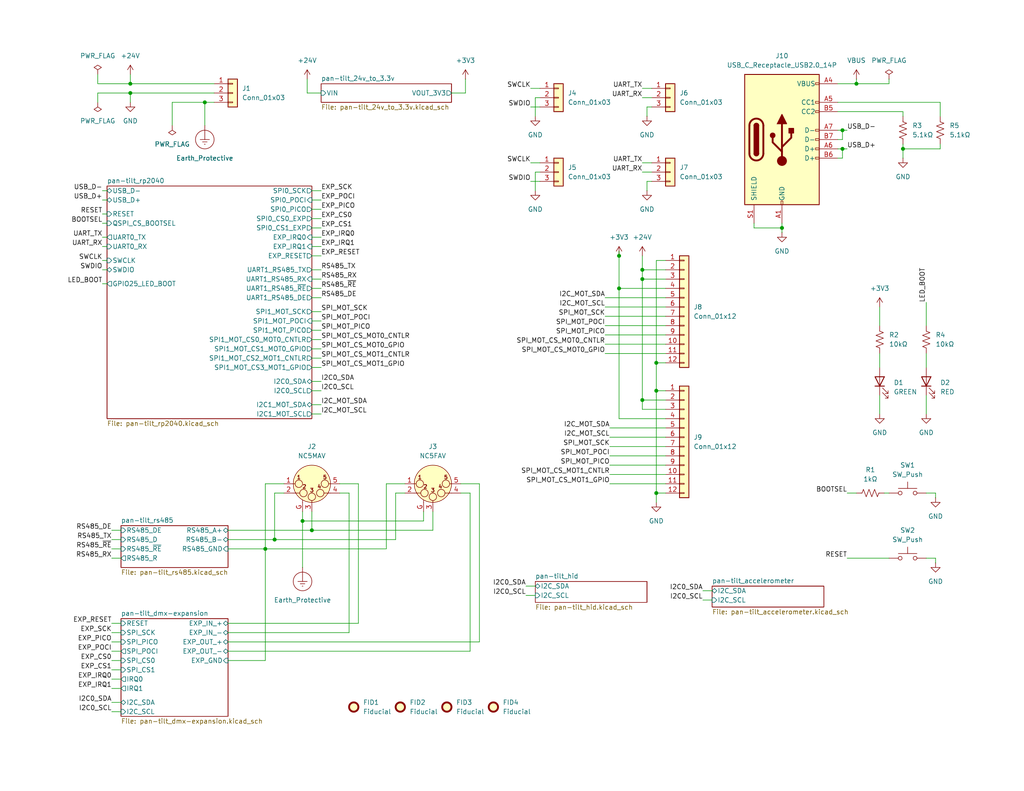
<source format=kicad_sch>
(kicad_sch (version 20231120) (generator "eeschema") (generator_version "8.0")
  (paper "USLetter")
  (title_block (title "Pan Tilt PCB") (date "2024-07-10") (company "Responsive Environments, MIT Media Lab") (comment 1 "Perry Naseck"))
  (lib_symbols
    (symbol "Connector:USB_C_Receptacle_USB2.0_14P" (pin_names (offset 1.016))
      (property "Reference" "J" (at 0 22.225 0))
      (property "Value" "USB_C_Receptacle_USB2.0_14P" (at 0 19.685 0))
      (symbol "USB_C_Receptacle_USB2.0_14P_0_0"
        (rectangle (start -0.254 -17.78) (end 0.254 -16.764))
        (rectangle (start 10.16 -4.826) (end 9.144 -5.334))
        (rectangle (start 10.16 -2.286) (end 9.144 -2.794))
        (rectangle (start 10.16 0.254) (end 9.144 -0.254))
        (rectangle (start 10.16 2.794) (end 9.144 2.286))
        (rectangle (start 10.16 7.874) (end 9.144 7.366))
        (rectangle (start 10.16 10.414) (end 9.144 9.906))
        (rectangle (start 10.16 15.494) (end 9.144 14.986))
      )
      (symbol "USB_C_Receptacle_USB2.0_14P_0_1"
        (rectangle (start -10.16 17.78) (end 10.16 -17.78) (stroke (width 0.254)) (fill (type background)))
        (arc (start -8.89 -3.81) (mid -6.985 -5.7067) (end -5.08 -3.81) (stroke (width 0.508)))
        (arc (start -7.62 -3.81) (mid -6.985 -4.4423) (end -6.35 -3.81) (stroke (width 0.254)))
        (arc (start -7.62 -3.81) (mid -6.985 -4.4423) (end -6.35 -3.81) (stroke (width 0.254)) (fill (type outline)))
        (rectangle (start -7.62 -3.81) (end -6.35 3.81) (stroke (width 0.254)) (fill (type outline)))
        (arc (start -6.35 3.81) (mid -6.985 4.4423) (end -7.62 3.81) (stroke (width 0.254)))
        (arc (start -6.35 3.81) (mid -6.985 4.4423) (end -7.62 3.81) (stroke (width 0.254)) (fill (type outline)))
        (arc (start -5.08 3.81) (mid -6.985 5.7067) (end -8.89 3.81) (stroke (width 0.508)))
        (circle (center -2.54 1.143) (radius 0.635) (stroke (width 0.254)) (fill (type outline)))
        (circle (center 0 -5.842) (radius 1.27) (fill (type outline)))
        (polyline (pts (xy -8.89 -3.81) (xy -8.89 3.81)) (stroke (width 0.508)))
        (polyline (pts (xy -5.08 3.81) (xy -5.08 -3.81)) (stroke (width 0.508)))
        (polyline (pts (xy 0 -5.842) (xy 0 4.318)) (stroke (width 0.508)))
        (polyline (pts (xy 0 -3.302) (xy -2.54 -0.762) (xy -2.54 0.508)) (stroke (width 0.508)))
        (polyline (pts (xy 0 -2.032) (xy 2.54 0.508) (xy 2.54 1.778)) (stroke (width 0.508)))
        (polyline (pts (xy -1.27 4.318) (xy 0 6.858) (xy 1.27 4.318) (xy -1.27 4.318)) (stroke (width 0.254)) (fill (type outline)))
        (rectangle (start 1.905 1.778) (end 3.175 3.048) (stroke (width 0.254)) (fill (type outline)))
      )
      (symbol "USB_C_Receptacle_USB2.0_14P_1_1"
        (pin passive line (at 0 -22.86 90) (length 5.08) (name "GND") (number "A1"))
        (pin passive line (at 0 -22.86 90) (length 5.08) hide (name "GND") (number "A12"))
        (pin passive line (at 15.24 15.24 180) (length 5.08) (name "VBUS") (number "A4"))
        (pin bidirectional line (at 15.24 10.16 180) (length 5.08) (name "CC1") (number "A5"))
        (pin bidirectional line (at 15.24 -2.54 180) (length 5.08) (name "D+") (number "A6"))
        (pin bidirectional line (at 15.24 2.54 180) (length 5.08) (name "D-") (number "A7"))
        (pin passive line (at 15.24 15.24 180) (length 5.08) hide (name "VBUS") (number "A9"))
        (pin passive line (at 0 -22.86 90) (length 5.08) hide (name "GND") (number "B1"))
        (pin passive line (at 0 -22.86 90) (length 5.08) hide (name "GND") (number "B12"))
        (pin passive line (at 15.24 15.24 180) (length 5.08) hide (name "VBUS") (number "B4"))
        (pin bidirectional line (at 15.24 7.62 180) (length 5.08) (name "CC2") (number "B5"))
        (pin bidirectional line (at 15.24 -5.08 180) (length 5.08) (name "D+") (number "B6"))
        (pin bidirectional line (at 15.24 0 180) (length 5.08) (name "D-") (number "B7"))
        (pin passive line (at 15.24 15.24 180) (length 5.08) hide (name "VBUS") (number "B9"))
        (pin passive line (at -7.62 -22.86 90) (length 5.08) (name "SHIELD") (number "S1"))
      )
    )
    (symbol "Connector_Audio:NC5FAV" (pin_names hide)
      (property "Reference" "J" (at 0 8.89 0))
      (property "Value" "NC5FAV" (at 0 6.35 0))
      (symbol "NC5FAV_0_1"
        (circle (center -3.556 0) (radius 1.016))
        (circle (center -2.286 -2.54) (radius 1.016))
        (circle (center 0 -3.556) (radius 1.016))
        (polyline (pts (xy -5.08 -2.54) (xy -4.445 -2.54)))
        (polyline (pts (xy -5.08 0) (xy -4.572 0)))
        (polyline (pts (xy -4.572 -2.54) (xy -3.302 -2.54)))
        (polyline (pts (xy -2.54 -5.08) (xy -2.54 -4.445)))
        (polyline (pts (xy 0 -5.08) (xy 0 -4.572)))
        (polyline (pts (xy 4.572 -2.54) (xy 3.302 -2.54)))
        (polyline (pts (xy 5.08 -2.54) (xy 4.445 -2.54)))
        (polyline (pts (xy 5.08 0) (xy 4.572 0)))
        (circle (center 0 0) (radius 5.08) (fill (type background)))
        (circle (center 2.286 -2.54) (radius 1.016))
        (circle (center 3.556 0) (radius 1.016))
        (text "1" (at -3.556 1.778 0) (effects (font (size 1.016 1.016) (bold yes))))
        (text "2" (at -2.032 -0.762 0) (effects (font (size 1.016 1.016) (bold yes))))
        (text "3" (at 0 -1.778 0) (effects (font (size 1.016 1.016) (bold yes))))
        (text "4" (at 2.032 -0.762 0) (effects (font (size 1.016 1.016) (bold yes))))
        (text "5" (at 3.556 1.778 0) (effects (font (size 1.016 1.016) (bold yes))))
      )
      (symbol "NC5FAV_1_1"
        (pin passive line (at -7.62 0 0) (length 2.54) (name "P1") (number "1"))
        (pin passive line (at -7.62 -2.54 0) (length 2.54) (name "P2") (number "2"))
        (pin passive line (at 0 -7.62 90) (length 2.54) (name "P3") (number "3"))
        (pin passive line (at 7.62 -2.54 180) (length 2.54) (name "P3") (number "4"))
        (pin passive line (at 7.62 0 180) (length 2.54) (name "P5") (number "5"))
        (pin passive line (at -2.54 -7.62 90) (length 2.54) (name "~") (number "G"))
      )
    )
    (symbol "Connector_Audio:NC5MAV" (pin_names hide)
      (property "Reference" "J" (at 0 8.89 0))
      (property "Value" "NC5MAV" (at 0 6.35 0))
      (symbol "NC5MAV_0_1"
        (circle (center -3.556 0) (radius 1.016))
        (circle (center -2.286 -2.54) (radius 1.016))
        (circle (center 0 -3.556) (radius 1.016))
        (polyline (pts (xy -5.08 -2.54) (xy -4.445 -2.54)))
        (polyline (pts (xy -5.08 0) (xy -4.572 0)))
        (polyline (pts (xy -4.572 -2.54) (xy -3.302 -2.54)))
        (polyline (pts (xy -2.54 -5.08) (xy -2.54 -4.445)))
        (polyline (pts (xy 0 -5.08) (xy 0 -4.572)))
        (polyline (pts (xy 4.572 -2.54) (xy 3.302 -2.54)))
        (polyline (pts (xy 5.08 -2.54) (xy 4.445 -2.54)))
        (polyline (pts (xy 5.08 0) (xy 4.572 0)))
        (circle (center 0 0) (radius 5.08) (fill (type background)))
        (circle (center 2.286 -2.54) (radius 1.016))
        (circle (center 3.556 0) (radius 1.016))
        (text "1" (at -3.556 1.778 0) (effects (font (size 1.016 1.016) (bold yes))))
        (text "2" (at -2.032 -0.762 0) (effects (font (size 1.016 1.016) (bold yes))))
        (text "3" (at 0 -1.778 0) (effects (font (size 1.016 1.016) (bold yes))))
        (text "4" (at 2.032 -0.762 0) (effects (font (size 1.016 1.016) (bold yes))))
        (text "5" (at 3.556 1.778 0) (effects (font (size 1.016 1.016) (bold yes))))
      )
      (symbol "NC5MAV_1_1"
        (pin passive line (at -7.62 0 0) (length 2.54) (name "P1") (number "1"))
        (pin passive line (at -7.62 -2.54 0) (length 2.54) (name "P2") (number "2"))
        (pin passive line (at 0 -7.62 90) (length 2.54) (name "P3") (number "3"))
        (pin passive line (at 7.62 -2.54 180) (length 2.54) (name "P3") (number "4"))
        (pin passive line (at 7.62 0 180) (length 2.54) (name "P5") (number "5"))
        (pin passive line (at -2.54 -7.62 90) (length 2.54) (name "~") (number "G"))
      )
    )
    (symbol "Connector_Generic:Conn_01x03" (pin_names (offset 1.016) hide)
      (property "Reference" "J" (at 0 5.08 0))
      (property "Value" "Conn_01x03" (at 0 -5.08 0))
      (symbol "Conn_01x03_1_1"
        (rectangle (start -1.27 -2.413) (end 0 -2.667) (stroke (width 0.1524)))
        (rectangle (start -1.27 0.127) (end 0 -0.127) (stroke (width 0.1524)))
        (rectangle (start -1.27 2.667) (end 0 2.413) (stroke (width 0.1524)))
        (rectangle (start -1.27 3.81) (end 1.27 -3.81) (stroke (width 0.254)) (fill (type background)))
        (pin passive line (at -5.08 2.54 0) (length 3.81) (name "Pin_1") (number "1"))
        (pin passive line (at -5.08 0 0) (length 3.81) (name "Pin_2") (number "2"))
        (pin passive line (at -5.08 -2.54 0) (length 3.81) (name "Pin_3") (number "3"))
      )
    )
    (symbol "Connector_Generic:Conn_01x12" (pin_names (offset 1.016) hide)
      (property "Reference" "J" (at 0 15.24 0))
      (property "Value" "Conn_01x12" (at 0 -17.78 0))
      (symbol "Conn_01x12_1_1"
        (rectangle (start -1.27 -15.113) (end 0 -15.367) (stroke (width 0.1524)))
        (rectangle (start -1.27 -12.573) (end 0 -12.827) (stroke (width 0.1524)))
        (rectangle (start -1.27 -10.033) (end 0 -10.287) (stroke (width 0.1524)))
        (rectangle (start -1.27 -7.493) (end 0 -7.747) (stroke (width 0.1524)))
        (rectangle (start -1.27 -4.953) (end 0 -5.207) (stroke (width 0.1524)))
        (rectangle (start -1.27 -2.413) (end 0 -2.667) (stroke (width 0.1524)))
        (rectangle (start -1.27 0.127) (end 0 -0.127) (stroke (width 0.1524)))
        (rectangle (start -1.27 2.667) (end 0 2.413) (stroke (width 0.1524)))
        (rectangle (start -1.27 5.207) (end 0 4.953) (stroke (width 0.1524)))
        (rectangle (start -1.27 7.747) (end 0 7.493) (stroke (width 0.1524)))
        (rectangle (start -1.27 10.287) (end 0 10.033) (stroke (width 0.1524)))
        (rectangle (start -1.27 12.827) (end 0 12.573) (stroke (width 0.1524)))
        (rectangle (start -1.27 13.97) (end 1.27 -16.51) (stroke (width 0.254)) (fill (type background)))
        (pin passive line (at -5.08 12.7 0) (length 3.81) (name "Pin_1") (number "1"))
        (pin passive line (at -5.08 -10.16 0) (length 3.81) (name "Pin_10") (number "10"))
        (pin passive line (at -5.08 -12.7 0) (length 3.81) (name "Pin_11") (number "11"))
        (pin passive line (at -5.08 -15.24 0) (length 3.81) (name "Pin_12") (number "12"))
        (pin passive line (at -5.08 10.16 0) (length 3.81) (name "Pin_2") (number "2"))
        (pin passive line (at -5.08 7.62 0) (length 3.81) (name "Pin_3") (number "3"))
        (pin passive line (at -5.08 5.08 0) (length 3.81) (name "Pin_4") (number "4"))
        (pin passive line (at -5.08 2.54 0) (length 3.81) (name "Pin_5") (number "5"))
        (pin passive line (at -5.08 0 0) (length 3.81) (name "Pin_6") (number "6"))
        (pin passive line (at -5.08 -2.54 0) (length 3.81) (name "Pin_7") (number "7"))
        (pin passive line (at -5.08 -5.08 0) (length 3.81) (name "Pin_8") (number "8"))
        (pin passive line (at -5.08 -7.62 0) (length 3.81) (name "Pin_9") (number "9"))
      )
    )
    (symbol "Device:LED" (pin_numbers hide) (pin_names (offset 1.016) hide)
      (property "Reference" "D" (at 0 2.54 0))
      (property "Value" "LED" (at 0 -2.54 0))
      (symbol "LED_0_1"
        (polyline (pts (xy -1.27 -1.27) (xy -1.27 1.27)) (stroke (width 0.254)))
        (polyline (pts (xy -1.27 0) (xy 1.27 0)))
        (polyline (pts (xy 1.27 -1.27) (xy 1.27 1.27) (xy -1.27 0) (xy 1.27 -1.27)) (stroke (width 0.254)))
        (polyline (pts (xy -3.048 -0.762) (xy -4.572 -2.286) (xy -3.81 -2.286) (xy -4.572 -2.286) (xy -4.572 -1.524)))
        (polyline (pts (xy -1.778 -0.762) (xy -3.302 -2.286) (xy -2.54 -2.286) (xy -3.302 -2.286) (xy -3.302 -1.524)))
      )
      (symbol "LED_1_1"
        (pin passive line (at -3.81 0 0) (length 2.54) (name "K") (number "1"))
        (pin passive line (at 3.81 0 180) (length 2.54) (name "A") (number "2"))
      )
    )
    (symbol "Device:R_US" (pin_numbers hide) (pin_names (offset 0))
      (property "Reference" "R" (at 2.54 0 90))
      (property "Value" "R_US" (at -2.54 0 90))
      (symbol "R_US_0_1"
        (polyline (pts (xy 0 -2.286) (xy 0 -2.54)))
        (polyline (pts (xy 0 2.286) (xy 0 2.54)))
        (polyline (pts (xy 0 -0.762) (xy 1.016 -1.143) (xy 0 -1.524) (xy -1.016 -1.905) (xy 0 -2.286)))
        (polyline (pts (xy 0 0.762) (xy 1.016 0.381) (xy 0 0) (xy -1.016 -0.381) (xy 0 -0.762)))
        (polyline (pts (xy 0 2.286) (xy 1.016 1.905) (xy 0 1.524) (xy -1.016 1.143) (xy 0 0.762)))
      )
      (symbol "R_US_1_1"
        (pin passive line (at 0 3.81 270) (length 1.27) (name "~") (number "1"))
        (pin passive line (at 0 -3.81 90) (length 1.27) (name "~") (number "2"))
      )
    )
    (symbol "Mechanical:Fiducial" (exclude_from_sim yes) (in_bom no)
      (property "Reference" "FID" (at 0 5.08 0))
      (property "Value" "Fiducial" (at 0 3.175 0))
      (symbol "Fiducial_0_1"
        (circle (center 0 0) (radius 1.27) (stroke (width 0.508)) (fill (type background)))
      )
    )
    (symbol "Switch:SW_Push" (pin_numbers hide) (pin_names (offset 1.016) hide)
      (property "Reference" "SW" (at 1.27 2.54 0))
      (property "Value" "SW_Push" (at 0 -1.524 0))
      (symbol "SW_Push_0_1"
        (circle (center -2.032 0) (radius 0.508))
        (polyline (pts (xy 0 1.27) (xy 0 3.048)))
        (polyline (pts (xy 2.54 1.27) (xy -2.54 1.27)))
        (circle (center 2.032 0) (radius 0.508))
        (pin passive line (at -5.08 0 0) (length 2.54) (name "1") (number "1"))
        (pin passive line (at 5.08 0 180) (length 2.54) (name "2") (number "2"))
      )
    )
    (symbol "power:+24V" (power) (pin_numbers hide) (pin_names (offset 0) hide)
      (property "Value" "+24V" (at 0 3.556 0))
      (symbol "+24V_0_1"
        (polyline (pts (xy -0.762 1.27) (xy 0 2.54)))
        (polyline (pts (xy 0 0) (xy 0 2.54)))
        (polyline (pts (xy 0 2.54) (xy 0.762 1.27)))
      )
      (symbol "+24V_1_1"
        (pin power_in line (at 0 0 90) (length 0) (name "~") (number "1"))
      )
    )
    (symbol "power:+3V3" (power) (pin_numbers hide) (pin_names (offset 0) hide)
      (property "Value" "+3V3" (at 0 3.556 0))
      (symbol "+3V3_0_1"
        (polyline (pts (xy -0.762 1.27) (xy 0 2.54)))
        (polyline (pts (xy 0 0) (xy 0 2.54)))
        (polyline (pts (xy 0 2.54) (xy 0.762 1.27)))
      )
      (symbol "+3V3_1_1"
        (pin power_in line (at 0 0 90) (length 0) (name "~") (number "1"))
      )
    )
    (symbol "power:Earth_Protective" (power) (pin_numbers hide) (pin_names (offset 0) hide)
      (property "Value" "Earth_Protective" (at 0 -7.62 0))
      (symbol "Earth_Protective_0_1"
        (circle (center 0 -3.81) (radius 2.54))
        (polyline (pts (xy -0.635 -4.445) (xy 0.635 -4.445)))
        (polyline (pts (xy -0.127 -5.08) (xy 0.127 -5.08)))
        (polyline (pts (xy 0 -3.81) (xy 0 0)))
        (polyline (pts (xy 1.27 -3.81) (xy -1.27 -3.81)))
      )
      (symbol "Earth_Protective_1_1"
        (pin power_in line (at 0 0 270) (length 0) (name "~") (number "1"))
      )
    )
    (symbol "power:GND" (power) (pin_numbers hide) (pin_names (offset 0) hide)
      (property "Value" "GND" (at 0 -3.81 0))
      (symbol "GND_0_1"
        (polyline (pts (xy 0 0) (xy 0 -1.27) (xy 1.27 -1.27) (xy 0 -2.54) (xy -1.27 -1.27) (xy 0 -1.27)))
      )
      (symbol "GND_1_1"
        (pin power_in line (at 0 0 270) (length 0) (name "~") (number "1"))
      )
    )
    (symbol "power:PWR_FLAG" (power) (pin_numbers hide) (pin_names (offset 0) hide)
      (property "Value" "PWR_FLAG" (at 0 3.81 0))
      (symbol "PWR_FLAG_0_0"
        (pin power_out line (at 0 0 90) (length 0) (name "~") (number "1"))
      )
      (symbol "PWR_FLAG_0_1"
        (polyline (pts (xy 0 0) (xy 0 1.27) (xy -1.016 1.905) (xy 0 2.54) (xy 1.016 1.905) (xy 0 1.27)))
      )
    )
    (symbol "power:VBUS" (power) (pin_numbers hide) (pin_names (offset 0) hide)
      (property "Value" "VBUS" (at 0 3.556 0))
      (symbol "VBUS_0_1"
        (polyline (pts (xy -0.762 1.27) (xy 0 2.54)))
        (polyline (pts (xy 0 0) (xy 0 2.54)))
        (polyline (pts (xy 0 2.54) (xy 0.762 1.27)))
      )
      (symbol "VBUS_1_1"
        (pin power_in line (at 0 0 90) (length 0) (name "~") (number "1"))
      )
    )
  )
  (junction (at 179.07 106.68))
  (junction (at 179.07 99.06))
  (junction (at 82.55 142.24))
  (junction (at 35.56 25.4))
  (junction (at 85.09 144.78))
  (junction (at 55.88 27.94))
  (junction (at 175.26 73.66))
  (junction (at 233.68 22.86))
  (junction (at 246.38 40.64))
  (junction (at 168.91 69.85))
  (junction (at 229.87 35.56))
  (junction (at 72.39 149.86))
  (junction (at 35.56 22.86))
  (junction (at 229.87 40.64))
  (junction (at 74.93 147.32))
  (junction (at 179.07 134.62))
  (junction (at 175.26 76.2))
  (junction (at 213.36 62.23))
  (junction (at 175.26 109.22))
  (junction (at 168.91 78.74))
  (wire (pts (xy 146.05 26.67) (xy 146.05 31.75)))
  (wire (pts (xy 55.88 27.94) (xy 55.88 34.29)))
  (wire (pts (xy 95.25 134.62) (xy 95.25 172.72)))
  (wire (pts (xy 85.09 64.77) (xy 87.63 64.77)))
  (wire (pts (xy 30.48 182.88) (xy 33.02 182.88)))
  (wire (pts (xy 229.87 43.18) (xy 228.6 43.18)))
  (wire (pts (xy 176.53 29.21) (xy 176.53 31.75)))
  (wire (pts (xy 242.57 21.59) (xy 242.57 22.86)))
  (wire (pts (xy 85.09 144.78) (xy 118.11 144.78)))
  (wire (pts (xy 179.07 137.16) (xy 179.07 134.62)))
  (wire (pts (xy 165.1 93.98) (xy 181.61 93.98)))
  (wire (pts (xy 175.26 69.85) (xy 175.26 73.66)))
  (wire (pts (xy 72.39 180.34) (xy 72.39 149.86)))
  (wire (pts (xy 74.93 147.32) (xy 107.95 147.32)))
  (wire (pts (xy 166.37 124.46) (xy 181.61 124.46)))
  (wire (pts (xy 77.47 132.08) (xy 72.39 132.08)))
  (wire (pts (xy 118.11 144.78) (xy 118.11 139.7)))
  (wire (pts (xy 228.6 35.56) (xy 229.87 35.56)))
  (wire (pts (xy 85.09 76.2) (xy 87.63 76.2)))
  (wire (pts (xy 175.26 26.67) (xy 177.8 26.67)))
  (wire (pts (xy 228.6 27.94) (xy 256.54 27.94)))
  (wire (pts (xy 175.26 46.99) (xy 177.8 46.99)))
  (wire (pts (xy 27.94 67.31) (xy 29.21 67.31)))
  (wire (pts (xy 213.36 62.23) (xy 213.36 63.5)))
  (wire (pts (xy 72.39 132.08) (xy 72.39 149.86)))
  (wire (pts (xy 85.09 78.74) (xy 87.63 78.74)))
  (wire (pts (xy 30.48 170.18) (xy 33.02 170.18)))
  (wire (pts (xy 229.87 35.56) (xy 231.14 35.56)))
  (wire (pts (xy 85.09 85.09) (xy 87.63 85.09)))
  (wire (pts (xy 110.49 132.08) (xy 105.41 132.08)))
  (wire (pts (xy 175.26 111.76) (xy 175.26 109.22)))
  (wire (pts (xy 246.38 30.48) (xy 246.38 31.75)))
  (wire (pts (xy 72.39 149.86) (xy 62.23 149.86)))
  (wire (pts (xy 27.94 77.47) (xy 29.21 77.47)))
  (wire (pts (xy 30.48 152.4) (xy 33.02 152.4)))
  (wire (pts (xy 252.73 82.55) (xy 252.73 88.9)))
  (wire (pts (xy 83.82 25.4) (xy 87.63 25.4)))
  (wire (pts (xy 165.1 88.9) (xy 181.61 88.9)))
  (wire (pts (xy 181.61 76.2) (xy 175.26 76.2)))
  (wire (pts (xy 82.55 139.7) (xy 82.55 142.24)))
  (wire (pts (xy 85.09 59.69) (xy 87.63 59.69)))
  (wire (pts (xy 30.48 191.77) (xy 33.02 191.77)))
  (wire (pts (xy 27.94 52.07) (xy 29.21 52.07)))
  (wire (pts (xy 147.32 26.67) (xy 146.05 26.67)))
  (wire (pts (xy 85.09 87.63) (xy 87.63 87.63)))
  (wire (pts (xy 165.1 86.36) (xy 181.61 86.36)))
  (wire (pts (xy 115.57 142.24) (xy 115.57 139.7)))
  (wire (pts (xy 240.03 96.52) (xy 240.03 100.33)))
  (wire (pts (xy 30.48 147.32) (xy 33.02 147.32)))
  (wire (pts (xy 228.6 22.86) (xy 233.68 22.86)))
  (wire (pts (xy 166.37 129.54) (xy 181.61 129.54)))
  (wire (pts (xy 85.09 57.15) (xy 87.63 57.15)))
  (wire (pts (xy 229.87 38.1) (xy 228.6 38.1)))
  (wire (pts (xy 85.09 110.49) (xy 87.63 110.49)))
  (wire (pts (xy 85.09 67.31) (xy 87.63 67.31)))
  (wire (pts (xy 166.37 119.38) (xy 181.61 119.38)))
  (wire (pts (xy 97.79 170.18) (xy 97.79 132.08)))
  (wire (pts (xy 168.91 78.74) (xy 181.61 78.74)))
  (wire (pts (xy 95.25 172.72) (xy 62.23 172.72)))
  (wire (pts (xy 255.27 152.4) (xy 252.73 152.4)))
  (wire (pts (xy 168.91 114.3) (xy 181.61 114.3)))
  (wire (pts (xy 168.91 68.58) (xy 168.91 69.85)))
  (wire (pts (xy 30.48 185.42) (xy 33.02 185.42)))
  (wire (pts (xy 144.78 49.53) (xy 147.32 49.53)))
  (wire (pts (xy 83.82 21.59) (xy 83.82 25.4)))
  (wire (pts (xy 181.61 106.68) (xy 179.07 106.68)))
  (wire (pts (xy 27.94 58.42) (xy 29.21 58.42)))
  (wire (pts (xy 179.07 106.68) (xy 179.07 134.62)))
  (wire (pts (xy 127 21.59) (xy 127 25.4)))
  (wire (pts (xy 35.56 25.4) (xy 58.42 25.4)))
  (wire (pts (xy 166.37 116.84) (xy 181.61 116.84)))
  (wire (pts (xy 26.67 20.32) (xy 26.67 22.86)))
  (wire (pts (xy 27.94 71.12) (xy 29.21 71.12)))
  (wire (pts (xy 175.26 44.45) (xy 177.8 44.45)))
  (wire (pts (xy 179.07 71.12) (xy 179.07 99.06)))
  (wire (pts (xy 85.09 62.23) (xy 87.63 62.23)))
  (wire (pts (xy 256.54 40.64) (xy 256.54 39.37)))
  (wire (pts (xy 255.27 135.89) (xy 255.27 134.62)))
  (wire (pts (xy 144.78 29.21) (xy 147.32 29.21)))
  (wire (pts (xy 85.09 54.61) (xy 87.63 54.61)))
  (wire (pts (xy 85.09 69.85) (xy 87.63 69.85)))
  (wire (pts (xy 30.48 144.78) (xy 33.02 144.78)))
  (wire (pts (xy 85.09 104.14) (xy 87.63 104.14)))
  (wire (pts (xy 85.09 73.66) (xy 87.63 73.66)))
  (wire (pts (xy 205.74 60.96) (xy 205.74 62.23)))
  (wire (pts (xy 30.48 177.8) (xy 33.02 177.8)))
  (wire (pts (xy 58.42 27.94) (xy 55.88 27.94)))
  (wire (pts (xy 35.56 22.86) (xy 58.42 22.86)))
  (wire (pts (xy 179.07 99.06) (xy 179.07 106.68)))
  (wire (pts (xy 107.95 134.62) (xy 110.49 134.62)))
  (wire (pts (xy 74.93 134.62) (xy 74.93 147.32)))
  (wire (pts (xy 241.3 134.62) (xy 242.57 134.62)))
  (wire (pts (xy 191.77 161.29) (xy 194.31 161.29)))
  (wire (pts (xy 85.09 92.71) (xy 87.63 92.71)))
  (wire (pts (xy 165.1 81.28) (xy 181.61 81.28)))
  (wire (pts (xy 165.1 91.44) (xy 181.61 91.44)))
  (wire (pts (xy 191.77 163.83) (xy 194.31 163.83)))
  (wire (pts (xy 240.03 107.95) (xy 240.03 113.03)))
  (wire (pts (xy 105.41 149.86) (xy 72.39 149.86)))
  (wire (pts (xy 27.94 54.61) (xy 29.21 54.61)))
  (wire (pts (xy 85.09 81.28) (xy 87.63 81.28)))
  (wire (pts (xy 242.57 22.86) (xy 233.68 22.86)))
  (wire (pts (xy 213.36 60.96) (xy 213.36 62.23)))
  (wire (pts (xy 30.48 175.26) (xy 33.02 175.26)))
  (wire (pts (xy 125.73 134.62) (xy 128.27 134.62)))
  (wire (pts (xy 165.1 96.52) (xy 181.61 96.52)))
  (wire (pts (xy 181.61 71.12) (xy 179.07 71.12)))
  (wire (pts (xy 168.91 78.74) (xy 168.91 114.3)))
  (wire (pts (xy 175.26 109.22) (xy 181.61 109.22)))
  (wire (pts (xy 168.91 69.85) (xy 168.91 78.74)))
  (wire (pts (xy 30.48 180.34) (xy 33.02 180.34)))
  (wire (pts (xy 26.67 25.4) (xy 26.67 27.94)))
  (wire (pts (xy 255.27 134.62) (xy 252.73 134.62)))
  (wire (pts (xy 62.23 180.34) (xy 72.39 180.34)))
  (wire (pts (xy 82.55 154.94) (xy 82.55 142.24)))
  (wire (pts (xy 105.41 132.08) (xy 105.41 149.86)))
  (wire (pts (xy 229.87 40.64) (xy 229.87 43.18)))
  (wire (pts (xy 27.94 73.66) (xy 29.21 73.66)))
  (wire (pts (xy 77.47 134.62) (xy 74.93 134.62)))
  (wire (pts (xy 240.03 83.82) (xy 240.03 88.9)))
  (wire (pts (xy 231.14 134.62) (xy 233.68 134.62)))
  (wire (pts (xy 74.93 147.32) (xy 62.23 147.32)))
  (wire (pts (xy 107.95 147.32) (xy 107.95 134.62)))
  (wire (pts (xy 130.81 132.08) (xy 125.73 132.08)))
  (wire (pts (xy 175.26 73.66) (xy 175.26 76.2)))
  (wire (pts (xy 179.07 99.06) (xy 181.61 99.06)))
  (wire (pts (xy 233.68 21.59) (xy 233.68 22.86)))
  (wire (pts (xy 176.53 49.53) (xy 176.53 52.07)))
  (wire (pts (xy 255.27 153.67) (xy 255.27 152.4)))
  (wire (pts (xy 85.09 95.25) (xy 87.63 95.25)))
  (wire (pts (xy 252.73 96.52) (xy 252.73 100.33)))
  (wire (pts (xy 179.07 134.62) (xy 181.61 134.62)))
  (wire (pts (xy 229.87 40.64) (xy 231.14 40.64)))
  (wire (pts (xy 27.94 60.96) (xy 29.21 60.96)))
  (wire (pts (xy 30.48 194.31) (xy 33.02 194.31)))
  (wire (pts (xy 246.38 40.64) (xy 246.38 43.18)))
  (wire (pts (xy 143.51 162.56) (xy 146.05 162.56)))
  (wire (pts (xy 97.79 132.08) (xy 92.71 132.08)))
  (wire (pts (xy 166.37 121.92) (xy 181.61 121.92)))
  (wire (pts (xy 123.19 25.4) (xy 127 25.4)))
  (wire (pts (xy 62.23 144.78) (xy 85.09 144.78)))
  (wire (pts (xy 165.1 83.82) (xy 181.61 83.82)))
  (wire (pts (xy 166.37 127) (xy 181.61 127)))
  (wire (pts (xy 35.56 27.94) (xy 35.56 25.4)))
  (wire (pts (xy 26.67 25.4) (xy 35.56 25.4)))
  (wire (pts (xy 144.78 44.45) (xy 147.32 44.45)))
  (wire (pts (xy 85.09 144.78) (xy 85.09 139.7)))
  (wire (pts (xy 181.61 111.76) (xy 175.26 111.76)))
  (wire (pts (xy 177.8 29.21) (xy 176.53 29.21)))
  (wire (pts (xy 30.48 149.86) (xy 33.02 149.86)))
  (wire (pts (xy 166.37 132.08) (xy 181.61 132.08)))
  (wire (pts (xy 85.09 100.33) (xy 87.63 100.33)))
  (wire (pts (xy 26.67 22.86) (xy 35.56 22.86)))
  (wire (pts (xy 143.51 160.02) (xy 146.05 160.02)))
  (wire (pts (xy 147.32 46.99) (xy 146.05 46.99)))
  (wire (pts (xy 85.09 113.03) (xy 87.63 113.03)))
  (wire (pts (xy 231.14 152.4) (xy 242.57 152.4)))
  (wire (pts (xy 46.99 27.94) (xy 55.88 27.94)))
  (wire (pts (xy 128.27 134.62) (xy 128.27 177.8)))
  (wire (pts (xy 177.8 49.53) (xy 176.53 49.53)))
  (wire (pts (xy 228.6 30.48) (xy 246.38 30.48)))
  (wire (pts (xy 175.26 76.2) (xy 175.26 109.22)))
  (wire (pts (xy 85.09 52.07) (xy 87.63 52.07)))
  (wire (pts (xy 62.23 170.18) (xy 97.79 170.18)))
  (wire (pts (xy 144.78 24.13) (xy 147.32 24.13)))
  (wire (pts (xy 205.74 62.23) (xy 213.36 62.23)))
  (wire (pts (xy 92.71 134.62) (xy 95.25 134.62)))
  (wire (pts (xy 82.55 142.24) (xy 115.57 142.24)))
  (wire (pts (xy 62.23 175.26) (xy 130.81 175.26)))
  (wire (pts (xy 85.09 90.17) (xy 87.63 90.17)))
  (wire (pts (xy 30.48 172.72) (xy 33.02 172.72)))
  (wire (pts (xy 30.48 187.96) (xy 33.02 187.96)))
  (wire (pts (xy 35.56 20.32) (xy 35.56 22.86)))
  (wire (pts (xy 175.26 73.66) (xy 181.61 73.66)))
  (wire (pts (xy 246.38 40.64) (xy 256.54 40.64)))
  (wire (pts (xy 85.09 106.68) (xy 87.63 106.68)))
  (wire (pts (xy 252.73 107.95) (xy 252.73 113.03)))
  (wire (pts (xy 246.38 39.37) (xy 246.38 40.64)))
  (wire (pts (xy 256.54 27.94) (xy 256.54 31.75)))
  (wire (pts (xy 130.81 175.26) (xy 130.81 132.08)))
  (wire (pts (xy 229.87 35.56) (xy 229.87 38.1)))
  (wire (pts (xy 228.6 40.64) (xy 229.87 40.64)))
  (wire (pts (xy 175.26 24.13) (xy 177.8 24.13)))
  (wire (pts (xy 27.94 64.77) (xy 29.21 64.77)))
  (wire (pts (xy 146.05 46.99) (xy 146.05 52.07)))
  (wire (pts (xy 85.09 97.79) (xy 87.63 97.79)))
  (wire (pts (xy 128.27 177.8) (xy 62.23 177.8)))
  (wire (pts (xy 46.99 34.29) (xy 46.99 27.94)))
  (label "RS485_TX" (at 30.48 147.32 180))
  (label "SWCLK" (at 144.78 24.13 180))
  (label "RS485_DE" (at 87.63 81.28 0))
  (label "I2C0_SCL" (at 30.48 194.31 180))
  (label "SPI_MOT_CS_MOT0_CNTLR" (at 165.1 93.98 180))
  (label "SPI_MOT_POCI" (at 165.1 88.9 180))
  (label "RS485_~{RE}" (at 87.63 78.74 0))
  (label "I2C0_SDA" (at 143.51 160.02 180))
  (label "EXP_RESET" (at 30.48 170.18 180))
  (label "EXP_POCI" (at 30.48 177.8 180))
  (label "RS485_TX" (at 87.63 73.66 0))
  (label "BOOTSEL" (at 231.14 134.62 180))
  (label "SPI_MOT_PICO" (at 166.37 127 180))
  (label "I2C_MOT_SCL" (at 87.63 113.03 0))
  (label "I2C0_SDA" (at 191.77 161.29 180))
  (label "SPI_MOT_PICO" (at 87.63 90.17 0))
  (label "SPI_MOT_SCK" (at 166.37 121.92 180))
  (label "SPI_MOT_CS_MOT1_GPIO" (at 166.37 132.08 180))
  (label "EXP_SCK" (at 87.63 52.07 0))
  (label "RS485_~{RE}" (at 30.48 149.86 180))
  (label "SPI_MOT_SCK" (at 87.63 85.09 0))
  (label "SPI_MOT_CS_MOT0_GPIO" (at 87.63 95.25 0))
  (label "RESET" (at 231.14 152.4 180))
  (label "I2C0_SDA" (at 87.63 104.14 0))
  (label "RS485_RX" (at 30.48 152.4 180))
  (label "SPI_MOT_CS_MOT1_GPIO" (at 87.63 100.33 0))
  (label "EXP_SCK" (at 30.48 172.72 180))
  (label "I2C_MOT_SDA" (at 166.37 116.84 180))
  (label "USB_D+" (at 231.14 40.64 0))
  (label "SWDIO" (at 27.94 73.66 180))
  (label "SPI_MOT_CS_MOT1_CNTLR" (at 166.37 129.54 180))
  (label "BOOTSEL" (at 27.94 60.96 180))
  (label "I2C_MOT_SCL" (at 166.37 119.38 180))
  (label "SWDIO" (at 144.78 49.53 180))
  (label "LED_BOOT" (at 27.94 77.47 180))
  (label "RESET" (at 27.94 58.42 180))
  (label "EXP_IRQ1" (at 30.48 187.96 180))
  (label "SWDIO" (at 144.78 29.21 180))
  (label "I2C0_SDA" (at 30.48 191.77 180))
  (label "UART_TX" (at 175.26 24.13 180))
  (label "EXP_RESET" (at 87.63 69.85 0))
  (label "UART_RX" (at 175.26 46.99 180))
  (label "SPI_MOT_CS_MOT0_GPIO" (at 165.1 96.52 180))
  (label "USB_D-" (at 27.94 52.07 180))
  (label "RS485_DE" (at 30.48 144.78 180))
  (label "EXP_IRQ1" (at 87.63 67.31 0))
  (label "UART_RX" (at 27.94 67.31 180))
  (label "SWCLK" (at 144.78 44.45 180))
  (label "EXP_CS0" (at 30.48 180.34 180))
  (label "EXP_IRQ0" (at 87.63 64.77 0))
  (label "I2C0_SCL" (at 87.63 106.68 0))
  (label "LED_BOOT" (at 252.73 82.55 90))
  (label "I2C0_SCL" (at 191.77 163.83 180))
  (label "EXP_CS0" (at 87.63 59.69 0))
  (label "SPI_MOT_SCK" (at 165.1 86.36 180))
  (label "I2C0_SCL" (at 143.51 162.56 180))
  (label "EXP_PICO" (at 30.48 175.26 180))
  (label "EXP_PICO" (at 87.63 57.15 0))
  (label "USB_D+" (at 27.94 54.61 180))
  (label "SPI_MOT_CS_MOT0_CNTLR" (at 87.63 92.71 0))
  (label "RS485_RX" (at 87.63 76.2 0))
  (label "USB_D-" (at 231.14 35.56 0))
  (label "I2C_MOT_SDA" (at 165.1 81.28 180))
  (label "UART_RX" (at 175.26 26.67 180))
  (label "I2C_MOT_SCL" (at 165.1 83.82 180))
  (label "SPI_MOT_CS_MOT1_CNTLR" (at 87.63 97.79 0))
  (label "EXP_IRQ0" (at 30.48 185.42 180))
  (label "SPI_MOT_PICO" (at 165.1 91.44 180))
  (label "EXP_POCI" (at 87.63 54.61 0))
  (label "SPI_MOT_POCI" (at 166.37 124.46 180))
  (label "SWCLK" (at 27.94 71.12 180))
  (label "I2C_MOT_SDA" (at 87.63 110.49 0))
  (label "SPI_MOT_POCI" (at 87.63 87.63 0))
  (label "EXP_CS1" (at 30.48 182.88 180))
  (label "EXP_CS1" (at 87.63 62.23 0))
  (label "UART_TX" (at 27.94 64.77 180))
  (label "UART_TX" (at 175.26 44.45 180))
  (symbol (lib_id "power:GND") (at 255.27 135.89 0) (unit 1)
    (property "Reference" "#PWR020" (effects (hide yes)))
    (property "Value" "GND" (at 255.27 140.97 0))
    (property "Description" "Power symbol creates a global label with name \"GND\" , ground" (effects (hide yes)))
  )
  (symbol (lib_id "power:GND") (at 146.05 52.07 0) (unit 1)
    (property "Reference" "#PWR08" (effects (hide yes)))
    (property "Value" "GND" (at 146.05 57.15 0))
    (property "Description" "Power symbol creates a global label with name \"GND\" , ground" (effects (hide yes)))
  )
  (symbol (lib_id "power:+3V3") (at 240.03 83.82 0) (unit 1)
    (property "Reference" "#PWR016" (effects (hide yes)))
    (property "Value" "+3V3" (at 240.03 78.74 0))
    (property "Description" "Power symbol creates a global label with name \"+3V3\"" (effects (hide yes)))
  )
  (symbol (lib_id "power:PWR_FLAG") (at 242.57 21.59 0) (unit 1)
    (property "Reference" "#FLG04" (effects (hide yes)))
    (property "Value" "PWR_FLAG" (at 242.57 16.51 0))
    (property "Description" "Special symbol for telling ERC where power comes from" (effects (hide yes)))
  )
  (symbol (lib_id "power:GND") (at 35.56 27.94 0) (unit 1)
    (property "Reference" "#PWR02" (effects (hide yes)))
    (property "Value" "GND" (at 35.56 33.02 0))
    (property "Description" "Power symbol creates a global label with name \"GND\" , ground" (effects (hide yes)))
  )
  (symbol (lib_id "Device:R_US") (at 252.73 92.71 0) (unit 1)
    (property "Reference" "R4" (at 255.27 91.4399 0) (effects (justify left)))
    (property "Value" "10kΩ" (at 255.27 93.9799 0) (effects (justify left)))
    (property "Description" "Resistor, US symbol" (effects (hide yes)))
  )
  (symbol (lib_id "Connector_Generic:Conn_01x12") (at 186.69 83.82 0) (unit 1)
    (property "Reference" "J8" (at 189.23 83.8199 0) (effects (justify left)))
    (property "Value" "Conn_01x12" (at 189.23 86.3599 0) (effects (justify left)))
    (property "Description" "Generic connector, single row, 01x12, script generated (kicad-library-utils/schlib/autogen/connector/)" (effects (hide yes)))
  )
  (symbol (lib_id "Connector_Generic:Conn_01x03") (at 152.4 26.67 0) (unit 1)
    (property "Reference" "J4" (at 154.94 25.3999 0) (effects (justify left)))
    (property "Value" "Conn_01x03" (at 154.94 27.9399 0) (effects (justify left)))
    (property "Description" "Generic connector, single row, 01x03, script generated (kicad-library-utils/schlib/autogen/connector/)" (effects (hide yes)))
  )
  (symbol (lib_id "Connector_Generic:Conn_01x03") (at 152.4 46.99 0) (unit 1)
    (property "Reference" "J5" (at 154.94 45.7199 0) (effects (justify left)))
    (property "Value" "Conn_01x03" (at 154.94 48.2599 0) (effects (justify left)))
    (property "Description" "Generic connector, single row, 01x03, script generated (kicad-library-utils/schlib/autogen/connector/)" (effects (hide yes)))
  )
  (symbol (lib_id "Device:R_US") (at 240.03 92.71 0) (unit 1)
    (property "Reference" "R2" (at 242.57 91.4399 0) (effects (justify left)))
    (property "Value" "10kΩ" (at 242.57 93.9799 0) (effects (justify left)))
    (property "Description" "Resistor, US symbol" (effects (hide yes)))
  )
  (symbol (lib_id "power:GND") (at 246.38 43.18 0) (unit 1)
    (property "Reference" "#PWR018" (effects (hide yes)))
    (property "Value" "GND" (at 246.38 48.26 0))
    (property "Description" "Power symbol creates a global label with name \"GND\" , ground" (effects (hide yes)))
  )
  (symbol (lib_id "power:PWR_FLAG") (at 26.67 20.32 0) (unit 1)
    (property "Reference" "#FLG01" (effects (hide yes)))
    (property "Value" "PWR_FLAG" (at 26.67 15.24 0))
    (property "Description" "Special symbol for telling ERC where power comes from" (effects (hide yes)))
  )
  (symbol (lib_id "power:VBUS") (at 233.68 21.59 0) (unit 1)
    (property "Reference" "#PWR015" (effects (hide yes)))
    (property "Value" "VBUS" (at 233.68 16.51 0))
    (property "Description" "Power symbol creates a global label with name \"VBUS\"" (effects (hide yes)))
  )
  (symbol (lib_id "power:PWR_FLAG") (at 46.99 34.29 180) (unit 1)
    (property "Reference" "#FLG03" (effects (hide yes)))
    (property "Value" "PWR_FLAG" (at 46.99 39.37 0))
    (property "Description" "Special symbol for telling ERC where power comes from" (effects (hide yes)))
  )
  (symbol (lib_id "power:GND") (at 179.07 137.16 0) (unit 1)
    (property "Reference" "#PWR013" (effects (hide yes)))
    (property "Value" "GND" (at 179.07 142.24 0))
    (property "Description" "Power symbol creates a global label with name \"GND\" , ground" (effects (hide yes)))
  )
  (symbol (lib_id "Connector_Audio:NC5FAV") (at 118.11 132.08 0) (unit 1)
    (property "Reference" "J3" (at 118.11 121.92 0))
    (property "Value" "NC5FAV" (at 118.11 124.46 0))
    (property "Footprint" "Connector_Audio:Jack_XLR_Neutrik_NC5FAV_Vertical" (effects (hide yes)))
    (property "Datasheet" "https://www.neutrik.com/en/product/nc5fav" (effects (hide yes)))
    (property "Description" "A Series, 5 pole female XLR receptacle, grounding: separate ground contact to mating connector shell and front panel, vertical PCB mount" (effects (hide yes)))
  )
  (symbol (lib_id "Device:LED") (at 252.73 104.14 90) (unit 1)
    (property "Reference" "D2" (at 256.54 104.4574 90) (effects (justify right)))
    (property "Value" "RED" (at 256.54 106.9974 90) (effects (justify right)))
    (property "Description" "Light emitting diode" (effects (hide yes)))
  )
  (symbol (lib_id "Mechanical:Fiducial") (at 109.22 193.04 0) (unit 1) (exclude_from_sim yes) (in_bom no)
    (property "Reference" "FID2" (at 111.76 191.7699 0) (effects (justify left)))
    (property "Value" "Fiducial" (at 111.76 194.3099 0) (effects (justify left)))
    (property "Description" "Fiducial Marker" (effects (hide yes)))
  )
  (symbol (lib_id "power:GND") (at 146.05 31.75 0) (unit 1)
    (property "Reference" "#PWR07" (effects (hide yes)))
    (property "Value" "GND" (at 146.05 36.83 0))
    (property "Description" "Power symbol creates a global label with name \"GND\" , ground" (effects (hide yes)))
  )
  (symbol (lib_id "power:+3V3") (at 127 21.59 0) (unit 1)
    (property "Reference" "#PWR06" (effects (hide yes)))
    (property "Value" "+3V3" (at 127 16.51 0))
    (property "Description" "Power symbol creates a global label with name \"+3V3\"" (effects (hide yes)))
  )
  (symbol (lib_id "Connector_Generic:Conn_01x03") (at 182.88 46.99 0) (unit 1)
    (property "Reference" "J7" (at 185.42 45.7199 0) (effects (justify left)))
    (property "Value" "Conn_01x03" (at 185.42 48.2599 0) (effects (justify left)))
    (property "Description" "Generic connector, single row, 01x03, script generated (kicad-library-utils/schlib/autogen/connector/)" (effects (hide yes)))
  )
  (symbol (lib_id "power:GND") (at 213.36 63.5 0) (unit 1)
    (property "Reference" "#PWR014" (effects (hide yes)))
    (property "Value" "GND" (at 213.36 68.58 0))
    (property "Description" "Power symbol creates a global label with name \"GND\" , ground" (effects (hide yes)))
  )
  (symbol (lib_id "Connector_Audio:NC5MAV") (at 85.09 132.08 0) (unit 1)
    (property "Reference" "J2" (at 85.09 121.92 0))
    (property "Value" "NC5MAV" (at 85.09 124.46 0))
    (property "Footprint" "Connector_Audio:Jack_XLR_Neutrik_NC5MAV_Vertical" (effects (hide yes)))
    (property "Datasheet" "https://www.neutrik.com/en/product/nc5mav" (effects (hide yes)))
    (property "Description" "A Series, 5 pole male XLR receptacle, grounding: separate ground contact to mating connector shell and front panel, vertical PCB mount" (effects (hide yes)))
  )
  (symbol (lib_id "power:+24V") (at 175.26 69.85 0) (unit 1)
    (property "Reference" "#PWR010" (effects (hide yes)))
    (property "Value" "+24V" (at 175.26 64.77 0))
    (property "Description" "Power symbol creates a global label with name \"+24V\"" (effects (hide yes)))
  )
  (symbol (lib_id "Connector_Generic:Conn_01x03") (at 182.88 26.67 0) (unit 1)
    (property "Reference" "J6" (at 185.42 25.3999 0) (effects (justify left)))
    (property "Value" "Conn_01x03" (at 185.42 27.9399 0) (effects (justify left)))
    (property "Description" "Generic connector, single row, 01x03, script generated (kicad-library-utils/schlib/autogen/connector/)" (effects (hide yes)))
  )
  (symbol (lib_id "power:GND") (at 240.03 113.03 0) (unit 1)
    (property "Reference" "#PWR017" (effects (hide yes)))
    (property "Value" "GND" (at 240.03 118.11 0))
    (property "Description" "Power symbol creates a global label with name \"GND\" , ground" (effects (hide yes)))
  )
  (symbol (lib_id "Mechanical:Fiducial") (at 121.92 193.04 0) (unit 1) (exclude_from_sim yes) (in_bom no)
    (property "Reference" "FID3" (at 124.46 191.7699 0) (effects (justify left)))
    (property "Value" "Fiducial" (at 124.46 194.3099 0) (effects (justify left)))
    (property "Description" "Fiducial Marker" (effects (hide yes)))
  )
  (symbol (lib_id "power:+3V3") (at 168.91 69.85 0) (unit 1)
    (property "Reference" "#PWR09" (effects (hide yes)))
    (property "Value" "+3V3" (at 168.91 64.77 0))
    (property "Description" "Power symbol creates a global label with name \"+3V3\"" (effects (hide yes)))
  )
  (symbol (lib_id "Connector:USB_C_Receptacle_USB2.0_14P") (at 213.36 38.1 0) (unit 1)
    (property "Reference" "J10" (at 213.36 15.24 0))
    (property "Value" "USB_C_Receptacle_USB2.0_14P" (at 213.36 17.78 0))
    (property "Datasheet" "https://www.usb.org/sites/default/files/documents/usb_type-c.zip" (effects (hide yes)))
    (property "Description" "USB 2.0-only 14P Type-C Receptacle connector" (effects (hide yes)))
  )
  (symbol (lib_id "Mechanical:Fiducial") (at 96.52 193.04 0) (unit 1) (exclude_from_sim yes) (in_bom no)
    (property "Reference" "FID1" (at 99.06 191.7699 0) (effects (justify left)))
    (property "Value" "Fiducial" (at 99.06 194.3099 0) (effects (justify left)))
    (property "Description" "Fiducial Marker" (effects (hide yes)))
  )
  (symbol (lib_id "Device:R_US") (at 246.38 35.56 0) (unit 1)
    (property "Reference" "R3" (at 248.92 34.2899 0) (effects (justify left)))
    (property "Value" "5.1kΩ" (at 248.92 36.8299 0) (effects (justify left)))
    (property "Description" "Resistor, US symbol" (effects (hide yes)))
  )
  (symbol (lib_id "power:GND") (at 252.73 113.03 0) (unit 1)
    (property "Reference" "#PWR019" (effects (hide yes)))
    (property "Value" "GND" (at 252.73 118.11 0))
    (property "Description" "Power symbol creates a global label with name \"GND\" , ground" (effects (hide yes)))
  )
  (symbol (lib_id "Connector_Generic:Conn_01x03") (at 63.5 25.4 0) (unit 1)
    (property "Reference" "J1" (at 66.04 24.1299 0) (effects (justify left)))
    (property "Value" "Conn_01x03" (at 66.04 26.6699 0) (effects (justify left)))
    (property "Description" "Generic connector, single row, 01x03, script generated (kicad-library-utils/schlib/autogen/connector/)" (effects (hide yes)))
  )
  (symbol (lib_id "Device:R_US") (at 237.49 134.62 90) (unit 1)
    (property "Reference" "R1" (at 237.49 128.27 90))
    (property "Value" "1kΩ" (at 237.49 130.81 90))
    (property "Description" "Resistor, US symbol" (effects (hide yes)))
  )
  (symbol (lib_id "Connector_Generic:Conn_01x12") (at 186.69 119.38 0) (unit 1)
    (property "Reference" "J9" (at 189.23 119.3799 0) (effects (justify left)))
    (property "Value" "Conn_01x12" (at 189.23 121.9199 0) (effects (justify left)))
    (property "Description" "Generic connector, single row, 01x12, script generated (kicad-library-utils/schlib/autogen/connector/)" (effects (hide yes)))
  )
  (symbol (lib_id "power:+24V") (at 83.82 21.59 0) (unit 1)
    (property "Reference" "#PWR05" (effects (hide yes)))
    (property "Value" "+24V" (at 83.82 16.51 0))
    (property "Description" "Power symbol creates a global label with name \"+24V\"" (effects (hide yes)))
  )
  (symbol (lib_id "power:PWR_FLAG") (at 26.67 27.94 180) (unit 1)
    (property "Reference" "#FLG02" (effects (hide yes)))
    (property "Value" "PWR_FLAG" (at 26.67 33.02 0))
    (property "Description" "Special symbol for telling ERC where power comes from" (effects (hide yes)))
  )
  (symbol (lib_id "Switch:SW_Push") (at 247.65 152.4 0) (unit 1)
    (property "Reference" "SW2" (at 247.65 144.78 0))
    (property "Value" "SW_Push" (at 247.65 147.32 0))
    (property "Description" "Push button switch, generic, two pins" (effects (hide yes)))
  )
  (symbol (lib_id "Switch:SW_Push") (at 247.65 134.62 0) (unit 1)
    (property "Reference" "SW1" (at 247.65 127 0))
    (property "Value" "SW_Push" (at 247.65 129.54 0))
    (property "Description" "Push button switch, generic, two pins" (effects (hide yes)))
  )
  (symbol (lib_id "power:+24V") (at 35.56 20.32 0) (unit 1)
    (property "Reference" "#PWR01" (effects (hide yes)))
    (property "Value" "+24V" (at 35.56 15.24 0))
    (property "Description" "Power symbol creates a global label with name \"+24V\"" (effects (hide yes)))
  )
  (symbol (lib_id "Mechanical:Fiducial") (at 134.62 193.04 0) (unit 1) (exclude_from_sim yes) (in_bom no)
    (property "Reference" "FID4" (at 137.16 191.7699 0) (effects (justify left)))
    (property "Value" "Fiducial" (at 137.16 194.3099 0) (effects (justify left)))
    (property "Description" "Fiducial Marker" (effects (hide yes)))
  )
  (symbol (lib_id "power:GND") (at 176.53 52.07 0) (unit 1)
    (property "Reference" "#PWR012" (effects (hide yes)))
    (property "Value" "GND" (at 176.53 57.15 0))
    (property "Description" "Power symbol creates a global label with name \"GND\" , ground" (effects (hide yes)))
  )
  (symbol (lib_id "power:GND") (at 255.27 153.67 0) (unit 1)
    (property "Reference" "#PWR021" (effects (hide yes)))
    (property "Value" "GND" (at 255.27 158.75 0))
    (property "Description" "Power symbol creates a global label with name \"GND\" , ground" (effects (hide yes)))
  )
  (symbol (lib_id "Device:LED") (at 240.03 104.14 90) (unit 1)
    (property "Reference" "D1" (at 243.84 104.4574 90) (effects (justify right)))
    (property "Value" "GREEN" (at 243.84 106.9974 90) (effects (justify right)))
    (property "Description" "Light emitting diode" (effects (hide yes)))
  )
  (symbol (lib_id "power:Earth_Protective") (at 55.88 34.29 0) (unit 1)
    (property "Reference" "#PWR03" (effects (hide yes)))
    (property "Value" "Earth_Protective" (at 55.88 43.18 0))
    (property "Description" "Power symbol creates a global label with name \"Earth_Protective\"" (effects (hide yes)))
  )
  (symbol (lib_id "power:GND") (at 176.53 31.75 0) (unit 1)
    (property "Reference" "#PWR011" (effects (hide yes)))
    (property "Value" "GND" (at 176.53 36.83 0))
    (property "Description" "Power symbol creates a global label with name \"GND\" , ground" (effects (hide yes)))
  )
  (symbol (lib_id "Device:R_US") (at 256.54 35.56 180) (unit 1)
    (property "Reference" "R5" (at 259.08 34.2899 0) (effects (justify right)))
    (property "Value" "5.1kΩ" (at 259.08 36.8299 0) (effects (justify right)))
    (property "Description" "Resistor, US symbol" (effects (hide yes)))
  )
  (symbol (lib_id "power:Earth_Protective") (at 82.55 154.94 0) (unit 1)
    (property "Reference" "#PWR04" (effects (hide yes)))
    (property "Value" "Earth_Protective" (at 82.55 163.83 0))
    (property "Description" "Power symbol creates a global label with name \"Earth_Protective\"" (effects (hide yes)))
  )
  (sheet (at 29.21 50.8) (size 55.88 63.5) (stroke (width 0.1524))
    (property "Sheetname" "pan-tilt_rp2040" (at 29.21 50.0884 0) (effects (justify left bottom)))
    (property "Sheetfile" "pan-tilt_rp2040.kicad_sch" (at 29.21 114.8846 0) (effects (justify left top)))
    (pin "SWCLK" input (at 29.21 71.12 180))
    (pin "SWDIO" bidirectional (at 29.21 73.66 180))
    (pin "UART0_RX" input (at 29.21 67.31 180))
    (pin "UART0_TX" output (at 29.21 64.77 180))
    (pin "RESET" input (at 29.21 58.42 180))
    (pin "QSPI_CS_BOOTSEL" input (at 29.21 60.96 180))
    (pin "USB_D+" bidirectional (at 29.21 54.61 180))
    (pin "USB_D-" bidirectional (at 29.21 52.07 180))
    (pin "GPIO25_LED_BOOT" output (at 29.21 77.47 180))
    (pin "EXP_IRQ0" input (at 85.09 64.77 0))
    (pin "SPI1_MOT_POCI" input (at 85.09 87.63 0))
    (pin "SPI1_MOT_SCK" output (at 85.09 85.09 0))
    (pin "UART1_RS485_DE" output (at 85.09 81.28 0))
    (pin "UART1_RS485_~{RE}" output (at 85.09 78.74 0))
    (pin "SPI1_MOT_CS0_MOT0_CNTLR" output (at 85.09 92.71 0))
    (pin "SPI0_POCI" input (at 85.09 54.61 0))
    (pin "SPI0_PICO" output (at 85.09 57.15 0))
    (pin "SPI1_MOT_PICO" output (at 85.09 90.17 0))
    (pin "SPI0_SCK" output (at 85.09 52.07 0))
    (pin "SPI0_CS0_EXP" output (at 85.09 59.69 0))
    (pin "UART1_RS485_TX" output (at 85.09 73.66 0))
    (pin "UART1_RS485_RX" input (at 85.09 76.2 0))
    (pin "I2C1_MOT_SCL" output (at 85.09 113.03 0))
    (pin "SPI1_MOT_CS1_MOT0_GPIO" output (at 85.09 95.25 0))
    (pin "SPI1_MOT_CS2_MOT1_CNTLR" output (at 85.09 97.79 0))
    (pin "SPI1_MOT_CS3_MOT1_GPIO" output (at 85.09 100.33 0))
    (pin "I2C0_SDA" bidirectional (at 85.09 104.14 0))
    (pin "I2C0_SCL" output (at 85.09 106.68 0))
    (pin "I2C1_MOT_SDA" bidirectional (at 85.09 110.49 0))
    (pin "EXP_RESET" output (at 85.09 69.85 0))
    (pin "EXP_IRQ1" input (at 85.09 67.31 0))
    (pin "SPI0_CS1_EXP" output (at 85.09 62.23 0))
  )
  (sheet (at 146.05 158.75) (size 30.48 5.715) (stroke (width 0.1524))
    (property "Sheetname" "pan-tilt_hid" (at 146.05 158.0384 0) (effects (justify left bottom)))
    (property "Sheetfile" "pan-tilt_hid.kicad_sch" (at 146.05 165.0496 0) (effects (justify left top)))
    (pin "I2C_SDA" bidirectional (at 146.05 160.02 180))
    (pin "I2C_SCL" input (at 146.05 162.56 180))
  )
  (sheet (at 194.31 160.02) (size 30.48 5.715) (stroke (width 0.1524))
    (property "Sheetname" "pan-tilt_accelerometer" (at 194.31 159.3084 0) (effects (justify left bottom)))
    (property "Sheetfile" "pan-tilt_accelerometer.kicad_sch" (at 194.31 166.3196 0) (effects (justify left top)))
    (pin "I2C_SCL" input (at 194.31 163.83 180))
    (pin "I2C_SDA" bidirectional (at 194.31 161.29 180))
  )
  (sheet (at 33.02 143.51) (size 29.21 11.43) (stroke (width 0.1524))
    (property "Sheetname" "pan-tilt_rs485" (at 33.02 142.7984 0) (effects (justify left bottom)))
    (property "Sheetfile" "pan-tilt_rs485.kicad_sch" (at 33.02 155.5246 0) (effects (justify left top)))
    (pin "RS485_DE" input (at 33.02 144.78 180))
    (pin "RS485_D" input (at 33.02 147.32 180))
    (pin "RS485_~{RE}" input (at 33.02 149.86 180))
    (pin "RS485_R" output (at 33.02 152.4 180))
    (pin "RS485_GND" input (at 62.23 149.86 0))
    (pin "RS485_A+" bidirectional (at 62.23 144.78 0))
    (pin "RS485_B-" bidirectional (at 62.23 147.32 0))
  )
  (sheet (at 87.63 22.86) (size 35.56 5.08) (stroke (width 0.1524))
    (property "Sheetname" "pan-tilt_24v_to_3.3v" (at 87.63 22.1484 0) (effects (justify left bottom)))
    (property "Sheetfile" "pan-tilt_24v_to_3.3v.kicad_sch" (at 87.63 28.5246 0) (effects (justify left top)))
    (pin "VOUT_3V3" output (at 123.19 25.4 0))
    (pin "VIN" input (at 87.63 25.4 180))
  )
  (sheet (at 33.02 168.91) (size 29.21 26.67) (stroke (width 0.1524))
    (property "Sheetname" "pan-tilt_dmx-expansion" (at 33.02 168.1984 0) (effects (justify left bottom)))
    (property "Sheetfile" "pan-tilt_dmx-expansion.kicad_sch" (at 33.02 196.1646 0) (effects (justify left top)))
    (pin "EXP_IN_+" bidirectional (at 62.23 170.18 0))
    (pin "EXP_OUT_-" bidirectional (at 62.23 177.8 0))
    (pin "EXP_GND" input (at 62.23 180.34 0))
    (pin "EXP_IN_-" bidirectional (at 62.23 172.72 0))
    (pin "EXP_OUT_+" bidirectional (at 62.23 175.26 0))
    (pin "SPI_CS0" input (at 33.02 180.34 180))
    (pin "RESET" input (at 33.02 170.18 180))
    (pin "IRQ0" output (at 33.02 185.42 180))
    (pin "SPI_SCK" input (at 33.02 172.72 180))
    (pin "SPI_PICO" input (at 33.02 175.26 180))
    (pin "SPI_POCI" output (at 33.02 177.8 180))
    (pin "I2C_SCL" input (at 33.02 194.31 180))
    (pin "I2C_SDA" bidirectional (at 33.02 191.77 180))
    (pin "SPI_CS1" input (at 33.02 182.88 180))
    (pin "IRQ1" output (at 33.02 187.96 180))
  )
)
</source>
